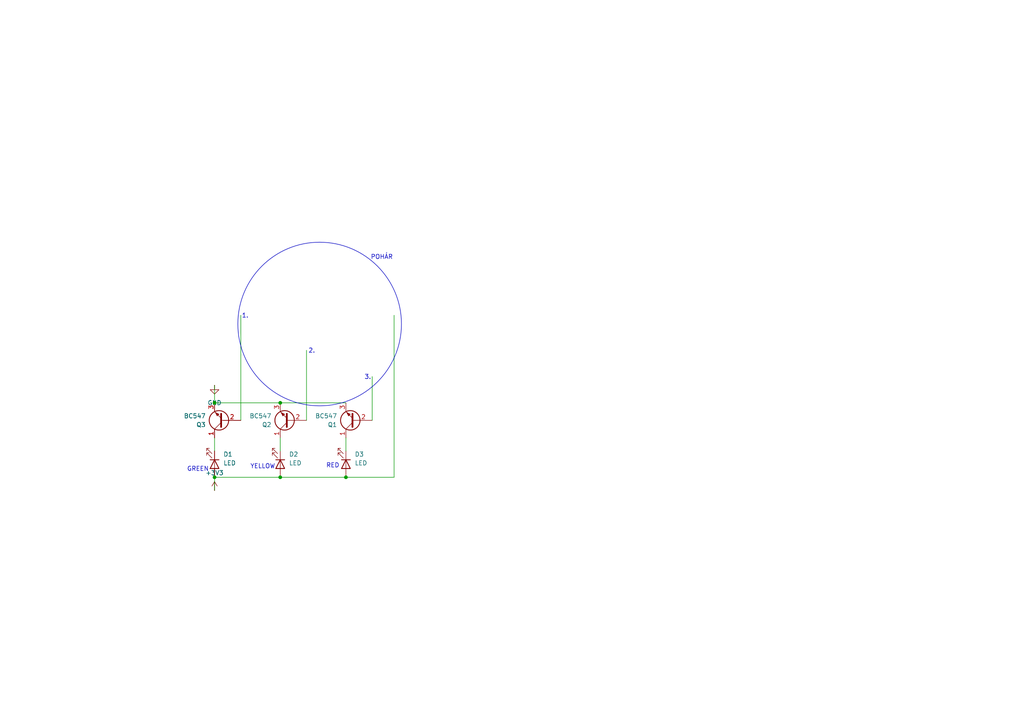
<source format=kicad_sch>
(kicad_sch (version 20231120) (generator "eeschema") (generator_version "8.0")
  (paper "A4")
  (lib_symbols
    (symbol "Device:LED" (pin_numbers hide) (pin_names (offset 1.016) hide)
      (property "Reference" "D" (at 0 2.54 0))
      (property "Value" "LED" (at 0 -2.54 0))
      (symbol "LED_0_1"
        (polyline (pts (xy -1.27 -1.27) (xy -1.27 1.27)) (stroke (width 0.254)))
        (polyline (pts (xy -1.27 0) (xy 1.27 0)))
        (polyline (pts (xy 1.27 -1.27) (xy 1.27 1.27) (xy -1.27 0) (xy 1.27 -1.27)) (stroke (width 0.254)))
        (polyline (pts (xy -3.048 -0.762) (xy -4.572 -2.286) (xy -3.81 -2.286) (xy -4.572 -2.286) (xy -4.572 -1.524)))
        (polyline (pts (xy -1.778 -0.762) (xy -3.302 -2.286) (xy -2.54 -2.286) (xy -3.302 -2.286) (xy -3.302 -1.524)))
      )
      (symbol "LED_1_1"
        (pin passive line (at -3.81 0 0) (length 2.54) (name "K") (number "1"))
        (pin passive line (at 3.81 0 180) (length 2.54) (name "A") (number "2"))
      )
    )
    (symbol "Transistor_BJT:BC547" (pin_names (offset 0) hide)
      (property "Reference" "Q" (at 5.08 1.905 0))
      (property "Value" "BC547" (at 5.08 0 0))
      (symbol "BC547_0_1"
        (polyline (pts (xy 0 0) (xy 0.635 0)))
        (polyline (pts (xy 0.635 0.635) (xy 2.54 2.54)))
        (polyline (pts (xy 0.635 -0.635) (xy 2.54 -2.54) (xy 2.54 -2.54)))
        (polyline (pts (xy 0.635 1.905) (xy 0.635 -1.905) (xy 0.635 -1.905)) (stroke (width 0.508)))
        (polyline (pts (xy 1.27 -1.778) (xy 1.778 -1.27) (xy 2.286 -2.286) (xy 1.27 -1.778) (xy 1.27 -1.778)) (fill (type outline)))
        (circle (center 1.27 0) (radius 2.8194) (stroke (width 0.254)))
      )
      (symbol "BC547_1_1"
        (pin passive line (at 2.54 5.08 270) (length 2.54) (name "C") (number "1"))
        (pin input line (at -5.08 0 0) (length 5.08) (name "B") (number "2"))
        (pin passive line (at 2.54 -5.08 90) (length 2.54) (name "E") (number "3"))
      )
    )
    (symbol "power:+3V3" (power) (pin_numbers hide) (pin_names (offset 0) hide)
      (property "Value" "+3V3" (at 0 3.556 0))
      (symbol "+3V3_0_1"
        (polyline (pts (xy -0.762 1.27) (xy 0 2.54)))
        (polyline (pts (xy 0 0) (xy 0 2.54)))
        (polyline (pts (xy 0 2.54) (xy 0.762 1.27)))
      )
      (symbol "+3V3_1_1"
        (pin power_in line (at 0 0 90) (length 0) (name "~") (number "1"))
      )
    )
    (symbol "power:GND" (power) (pin_numbers hide) (pin_names (offset 0) hide)
      (property "Value" "GND" (at 0 -3.81 0))
      (symbol "GND_0_1"
        (polyline (pts (xy 0 0) (xy 0 -1.27) (xy 1.27 -1.27) (xy 0 -2.54) (xy -1.27 -1.27) (xy 0 -1.27)))
      )
      (symbol "GND_1_1"
        (pin power_in line (at 0 0 270) (length 0) (name "~") (number "1"))
      )
    )
  )
  (junction (at 100.33 138.43))
  (junction (at 62.23 138.43))
  (junction (at 81.28 116.84))
  (junction (at 62.23 116.84))
  (junction (at 81.28 138.43))
  (wire (pts (xy 88.9 101.6) (xy 88.9 121.92)))
  (wire (pts (xy 81.28 138.43) (xy 100.33 138.43)))
  (wire (pts (xy 100.33 138.43) (xy 114.3 138.43)))
  (wire (pts (xy 62.23 116.84) (xy 81.28 116.84)))
  (wire (pts (xy 62.23 138.43) (xy 62.23 142.24)))
  (wire (pts (xy 62.23 111.76) (xy 62.23 116.84)))
  (wire (pts (xy 100.33 127) (xy 100.33 130.81)))
  (wire (pts (xy 62.23 138.43) (xy 81.28 138.43)))
  (wire (pts (xy 69.85 91.44) (xy 69.85 121.92)))
  (wire (pts (xy 81.28 127) (xy 81.28 130.81)))
  (wire (pts (xy 114.3 91.44) (xy 114.3 138.43)))
  (wire (pts (xy 107.95 109.22) (xy 107.95 121.92)))
  (wire (pts (xy 81.28 116.84) (xy 100.33 116.84)))
  (wire (pts (xy 62.23 127) (xy 62.23 130.81)))
  (circle (center 92.71 93.98) (radius 23.7256))
  (text "2." (at 90.424 101.854 0) (effects (font (size 1.27 1.27))))
  (text "1." (at 71.12 91.694 0) (effects (font (size 1.27 1.27))))
  (text "RED" (at 96.52 135.128 0) (effects (font (size 1.27 1.27))))
  (text "3." (at 106.68 109.474 0) (effects (font (size 1.27 1.27))))
  (text "POHÁR" (at 110.744 74.676 0) (effects (font (size 1.27 1.27))))
  (text "YELLOW\n" (at 76.2 135.382 0) (effects (font (size 1.27 1.27))))
  (text "GREEN" (at 57.404 136.144 0) (effects (font (size 1.27 1.27))))
  (symbol (lib_id "power:+3V3") (at 62.23 142.24 0) (unit 1)
    (property "Reference" "#PWR01" (effects (hide yes)))
    (property "Value" "+3V3" (at 62.23 137.16 0))
    (property "Description" "Power symbol creates a global label with name \"+3V3\"" (effects (hide yes)))
  )
  (symbol (lib_id "Transistor_BJT:BC547") (at 83.82 121.92 180) (unit 1)
    (property "Reference" "Q2" (at 78.74 123.1901 0) (effects (justify left)))
    (property "Value" "BC547" (at 78.74 120.6501 0) (effects (justify left)))
    (property "Footprint" "Package_TO_SOT_THT:TO-92_Inline" (effects (hide yes)))
    (property "Datasheet" "https://www.onsemi.com/pub/Collateral/BC550-D.pdf" (effects (hide yes)))
    (property "Description" "0.1A Ic, 45V Vce, Small Signal NPN Transistor, TO-92" (effects (hide yes)))
  )
  (symbol (lib_id "power:GND") (at 62.23 111.76 0) (unit 1)
    (property "Reference" "#PWR02" (effects (hide yes)))
    (property "Value" "GND" (at 62.23 116.84 0))
    (property "Description" "Power symbol creates a global label with name \"GND\" , ground" (effects (hide yes)))
  )
  (symbol (lib_id "Transistor_BJT:BC547") (at 102.87 121.92 180) (unit 1)
    (property "Reference" "Q1" (at 97.79 123.1901 0) (effects (justify left)))
    (property "Value" "BC547" (at 97.79 120.6501 0) (effects (justify left)))
    (property "Footprint" "Package_TO_SOT_THT:TO-92_Inline" (effects (hide yes)))
    (property "Datasheet" "https://www.onsemi.com/pub/Collateral/BC550-D.pdf" (effects (hide yes)))
    (property "Description" "0.1A Ic, 45V Vce, Small Signal NPN Transistor, TO-92" (effects (hide yes)))
  )
  (symbol (lib_id "Transistor_BJT:BC547") (at 64.77 121.92 180) (unit 1)
    (property "Reference" "Q3" (at 59.69 123.1901 0) (effects (justify left)))
    (property "Value" "BC547" (at 59.69 120.6501 0) (effects (justify left)))
    (property "Footprint" "Package_TO_SOT_THT:TO-92_Inline" (effects (hide yes)))
    (property "Datasheet" "https://www.onsemi.com/pub/Collateral/BC550-D.pdf" (effects (hide yes)))
    (property "Description" "0.1A Ic, 45V Vce, Small Signal NPN Transistor, TO-92" (effects (hide yes)))
  )
  (symbol (lib_id "Device:LED") (at 81.28 134.62 270) (unit 1)
    (property "Reference" "D2" (at 83.82 131.7624 90) (effects (justify left)))
    (property "Value" "LED" (at 83.82 134.3024 90) (effects (justify left)))
    (property "Description" "Light emitting diode" (effects (hide yes)))
  )
  (symbol (lib_id "Device:LED") (at 62.23 134.62 270) (unit 1)
    (property "Reference" "D1" (at 64.77 131.7624 90) (effects (justify left)))
    (property "Value" "LED" (at 64.77 134.3024 90) (effects (justify left)))
    (property "Description" "Light emitting diode" (effects (hide yes)))
  )
  (symbol (lib_id "Device:LED") (at 100.33 134.62 270) (unit 1)
    (property "Reference" "D3" (at 102.87 131.7624 90) (effects (justify left)))
    (property "Value" "LED" (at 102.87 134.3024 90) (effects (justify left)))
    (property "Description" "Light emitting diode" (effects (hide yes)))
  )
)
</source>
